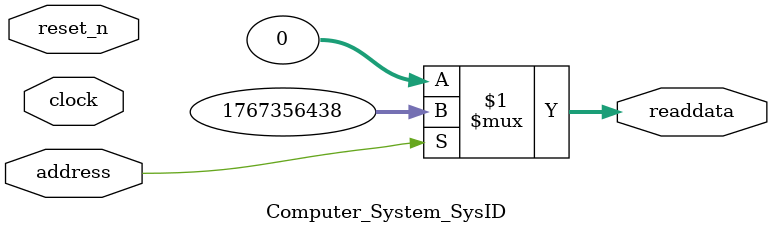
<source format=v>



// synthesis translate_off
`timescale 1ns / 1ps
// synthesis translate_on

// turn off superfluous verilog processor warnings 
// altera message_level Level1 
// altera message_off 10034 10035 10036 10037 10230 10240 10030 

module Computer_System_SysID (
               // inputs:
                address,
                clock,
                reset_n,

               // outputs:
                readdata
             )
;

  output  [ 31: 0] readdata;
  input            address;
  input            clock;
  input            reset_n;

  wire    [ 31: 0] readdata;
  //control_slave, which is an e_avalon_slave
  assign readdata = address ? 1767356438 : 0;

endmodule



</source>
